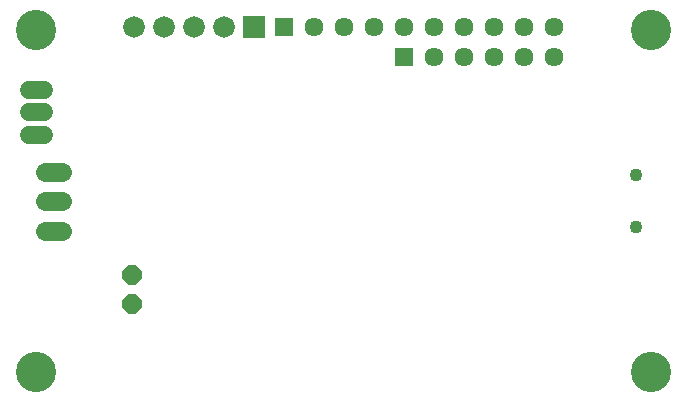
<source format=gbs>
G75*
G70*
%OFA0B0*%
%FSLAX24Y24*%
%IPPOS*%
%LPD*%
%AMOC8*
5,1,8,0,0,1.08239X$1,22.5*
%
%ADD10C,0.0640*%
%ADD11OC8,0.0640*%
%ADD12C,0.0596*%
%ADD13C,0.0434*%
%ADD14R,0.0720X0.0720*%
%ADD15C,0.0720*%
%ADD16R,0.0635X0.0635*%
%ADD17C,0.0635*%
%ADD18C,0.1340*%
D10*
X006269Y011057D02*
X006829Y011057D01*
X006829Y012041D02*
X006269Y012041D01*
X006269Y013025D02*
X006829Y013025D01*
D11*
X009158Y009580D03*
X009158Y008596D03*
D12*
X006231Y014245D02*
X005715Y014245D01*
X005715Y014993D02*
X006231Y014993D01*
X006231Y015745D02*
X005715Y015745D01*
D13*
X025949Y012907D03*
X025949Y011174D03*
D14*
X013205Y017856D03*
D15*
X012205Y017856D03*
X011205Y017856D03*
X010205Y017856D03*
X009205Y017856D03*
D16*
X014205Y017856D03*
X018205Y016856D03*
D17*
X019205Y016856D03*
X020205Y016856D03*
X020205Y017856D03*
X019205Y017856D03*
X018205Y017856D03*
X017205Y017856D03*
X016205Y017856D03*
X015205Y017856D03*
X021205Y017856D03*
X022205Y017856D03*
X023205Y017856D03*
X023205Y016856D03*
X022205Y016856D03*
X021205Y016856D03*
D18*
X005969Y006332D03*
X005969Y017749D03*
X026442Y017749D03*
X026442Y006332D03*
M02*

</source>
